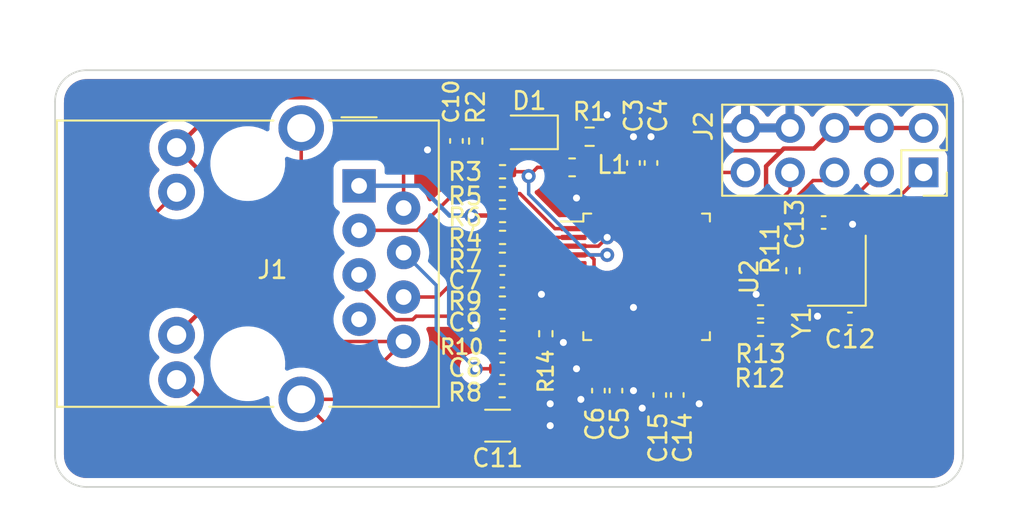
<source format=kicad_pcb>
(kicad_pcb (version 20211014) (generator pcbnew)
  (layers (0 "F.Cu" signal) (31 "B.Cu" signal) (34 "B.Paste" user) (35 "F.Paste" user) (36 "B.SilkS" user "B.Silkscreen") (37 "F.SilkS" user "F.Silkscreen") (38 "B.Mask" user) (39 "F.Mask" user) (44 "Edge.Cuts" user))
  (net 0 "")
  (net 1 "GND")
  (net 2 "+3V3")
  (net 3 "+3.3VA")
  (net 4 "Net-(C7-Pad2)")
  (net 5 "Net-(C8-Pad2)")
  (net 6 "Net-(C9-Pad2)")
  (net 7 "Net-(C12-Pad1)")
  (net 8 "Net-(C13-Pad1)")
  (net 9 "Net-(C15-Pad1)")
  (net 10 "Net-(D1-Pad1)")
  (net 11 "/A_LED")
  (net 12 "/K_LED")
  (net 13 "Net-(R5-Pad1)")
  (net 14 "Net-(R6-Pad1)")
  (net 15 "Net-(R7-Pad1)")
  (net 16 "Net-(R8-Pad1)")
  (net 17 "Net-(R12-Pad1)")
  (net 18 "Net-(R13-Pad1)")
  (net 19 "Net-(R14-Pad1)")
  (net 20 "SCS_eth")
  (net 21 "SCLK_eth")
  (net 22 "MISO_eth")
  (net 23 "MOSI_eth")
  (net 24 "RESET_eth")
  (net 25 "Net-(C7-Pad1)")
  (net 26 "Net-(C8-Pad1)")
  (net 27 "Net-(C10-Pad2)")
  (net 28 "Net-(C11-Pad2)")
  (net 29 "Net-(C14-Pad1)")
  (net 30 "Net-(J1-Pad1)")
  (net 31 "Net-(J1-Pad3)")
  (footprint "Crystal:Crystal_SMD_3225-4Pin_3.2x2.5mm" (layer "F.Cu") (at 125.6 69.65 90)
    (fp_text reference "Y1" (at -2.95 -2 90) (layer "F.SilkS"))
    (fp_text value "X322525MOB4SI")
    (pad "1" smd rect locked (at -1.1 0.85 90) (size 1.4 1.2) (layers "F.Cu" "F.Paste" "F.Mask") (net 7 "Net-(C12-Pad1)"))
    (pad "2" smd rect locked (at 1.1 0.85 90) (size 1.4 1.2) (layers "F.Cu" "F.Paste" "F.Mask") (net 1 "GND"))
    (pad "3" smd rect locked (at 1.1 -0.85 90) (size 1.4 1.2) (layers "F.Cu" "F.Paste" "F.Mask") (net 8 "Net-(C13-Pad1)"))
    (pad "4" smd rect locked (at -1.1 -0.85 90) (size 1.4 1.2) (layers "F.Cu" "F.Paste" "F.Mask") (net 1 "GND"))
  )
  (footprint "Capacitor_SMD:C_0402_1005Metric" (layer "F.Cu") (at 124.85 66.9)
    (fp_text reference "C13" (at -1.65 0.1 90) (layer "F.SilkS"))
    (fp_text value "10n")
    (pad "1" smd roundrect locked (at -0.48 0) (size 0.56 0.62) (layers "F.Cu" "F.Paste" "F.Mask") (net 8 "Net-(C13-Pad1)"))
    (pad "2" smd roundrect locked (at 0.48 0) (size 0.56 0.62) (layers "F.Cu" "F.Paste" "F.Mask") (net 1 "GND"))
  )
  (footprint "Capacitor_SMD:C_0402_1005Metric" (layer "F.Cu") (at 103.9 62.24 90)
    (fp_text reference "C10" (at 2.24 -0.3 90) (layer "F.SilkS") (effects (font (size 0.85 0.85))))
    (fp_text value "22n")
    (pad "1" smd roundrect locked (at -0.48 0 90) (size 0.56 0.62) (layers "F.Cu" "F.Paste" "F.Mask") (net 1 "GND"))
    (pad "2" smd roundrect locked (at 0.48 0 90) (size 0.56 0.62) (layers "F.Cu" "F.Paste" "F.Mask") (net 27 "Net-(C10-Pad2)"))
  )
  (footprint "Resistor_SMD:R_0402_1005Metric" (layer "F.Cu") (at 121.25 73)
    (fp_text reference "R12" (at -0.05 2.8) (layer "F.SilkS"))
    (fp_text value "330R")
    (pad "1" smd roundrect locked (at -0.51 0) (size 0.54 0.64) (layers "F.Cu" "F.Paste" "F.Mask") (net 17 "Net-(R12-Pad1)"))
    (pad "2" smd roundrect locked (at 0.51 0) (size 0.54 0.64) (layers "F.Cu" "F.Paste" "F.Mask") (net 12 "/K_LED"))
  )
  (footprint "Resistor_SMD:R_0402_1005Metric" (layer "F.Cu") (at 123.1 69.65 90)
    (fp_text reference "R11" (at 1.25 -1.3 90) (layer "F.SilkS"))
    (fp_text value "1M")
    (pad "1" smd roundrect locked (at -0.51 0 90) (size 0.54 0.64) (layers "F.Cu" "F.Paste" "F.Mask") (net 7 "Net-(C12-Pad1)"))
    (pad "2" smd roundrect locked (at 0.51 0 90) (size 0.54 0.64) (layers "F.Cu" "F.Paste" "F.Mask") (net 8 "Net-(C13-Pad1)"))
  )
  (footprint "Capacitor_SMD:C_0402_1005Metric" (layer "F.Cu") (at 106.52 75.25 180)
    (fp_text reference "C8" (at 2.12 0.05) (layer "F.SilkS"))
    (fp_text value "6.8n")
    (pad "1" smd roundrect locked (at -0.48 0 180) (size 0.56 0.62) (layers "F.Cu" "F.Paste" "F.Mask") (net 26 "Net-(C8-Pad1)"))
    (pad "2" smd roundrect locked (at 0.48 0 180) (size 0.56 0.62) (layers "F.Cu" "F.Paste" "F.Mask") (net 5 "Net-(C8-Pad2)"))
  )
  (footprint "Inductor_SMD:L_0603_1608Metric" (layer "F.Cu") (at 110.5 63.75 180)
    (fp_text reference "L1" (at -2.3 0.15) (layer "F.SilkS"))
    (fp_text value "1K2 100MHz 140mOhm")
    (pad "1" smd roundrect locked (at -0.7875 0 180) (size 0.875 0.95) (layers "F.Cu" "F.Paste" "F.Mask") (net 2 "+3V3"))
    (pad "2" smd roundrect locked (at 0.7875 0 180) (size 0.875 0.95) (layers "F.Cu" "F.Paste" "F.Mask") (net 3 "+3.3VA"))
  )
  (footprint "Capacitor_SMD:C_0402_1005Metric" (layer "F.Cu") (at 116.5 76.75 -90)
    (fp_text reference "C14" (at 2.45 -0.3 90) (layer "F.SilkS"))
    (fp_text value "10n")
    (pad "1" smd roundrect locked (at -0.48 0 270) (size 0.56 0.62) (layers "F.Cu" "F.Paste" "F.Mask") (net 29 "Net-(C14-Pad1)"))
    (pad "2" smd roundrect locked (at 0.48 0 270) (size 0.56 0.62) (layers "F.Cu" "F.Paste" "F.Mask") (net 1 "GND"))
  )
  (footprint "Resistor_SMD:R_0402_1005Metric" (layer "F.Cu") (at 106.52 74 180)
    (fp_text reference "R10" (at 2.32 0) (layer "F.SilkS") (effects (font (size 0.85 0.85))))
    (fp_text value "49.9")
    (pad "1" smd roundrect locked (at -0.51 0 180) (size 0.54 0.64) (layers "F.Cu" "F.Paste" "F.Mask") (net 26 "Net-(C8-Pad1)"))
    (pad "2" smd roundrect locked (at 0.51 0 180) (size 0.54 0.64) (layers "F.Cu" "F.Paste" "F.Mask") (net 6 "Net-(C9-Pad2)"))
  )
  (footprint "Capacitor_SMD:C_1206_3216Metric" (layer "F.Cu") (at 106.25 78.5 180)
    (fp_text reference "C11" (at 0 -1.85) (layer "F.SilkS"))
    (fp_text value "1n/10kV")
    (pad "1" smd roundrect locked (at -1.475 0 180) (size 1.15 1.8) (layers "F.Cu" "F.Paste" "F.Mask") (roundrect_rratio 0.2173913043) (net 1 "GND"))
    (pad "2" smd roundrect locked (at 1.475 0 180) (size 1.15 1.8) (layers "F.Cu" "F.Paste" "F.Mask") (roundrect_rratio 0.2173913043) (net 28 "Net-(C11-Pad2)"))
  )
  (footprint "Capacitor_SMD:C_0402_1005Metric" (layer "F.Cu") (at 126.35 72.4 180)
    (fp_text reference "C12" (at 0 -1.16) (layer "F.SilkS"))
    (fp_text value "10n")
    (pad "1" smd roundrect locked (at -0.48 0 180) (size 0.56 0.62) (layers "F.Cu" "F.Paste" "F.Mask") (net 7 "Net-(C12-Pad1)"))
    (pad "2" smd roundrect locked (at 0.48 0 180) (size 0.56 0.62) (layers "F.Cu" "F.Paste" "F.Mask") (net 1 "GND"))
  )
  (footprint "Capacitor_SMD:C_0402_1005Metric" (layer "F.Cu") (at 106.52 70.25 180)
    (fp_text reference "C7" (at 2.12 0.05) (layer "F.SilkS"))
    (fp_text value "6.8n")
    (pad "1" smd roundrect locked (at -0.48 0 180) (size 0.56 0.62) (layers "F.Cu" "F.Paste" "F.Mask") (net 25 "Net-(C7-Pad1)"))
    (pad "2" smd roundrect locked (at 0.48 0 180) (size 0.56 0.62) (layers "F.Cu" "F.Paste" "F.Mask") (net 4 "Net-(C7-Pad2)"))
  )
  (footprint "Package_QFP:LQFP-48_7x7mm_P0.5mm" (layer "F.Cu") (at 114.75 70 -90)
    (fp_text reference "U2" (at 0 -5.85 90) (layer "F.SilkS"))
    (fp_text value "W5500")
    (pad "1" smd roundrect (at -2.75 4.1625) (size 1.475 0.3) (layers "F.Cu" "F.Paste" "F.Mask") (net 13 "Net-(R5-Pad1)"))
    (pad "2" smd roundrect (at -2.25 4.1625) (size 1.475 0.3) (layers "F.Cu" "F.Paste" "F.Mask") (net 14 "Net-(R6-Pad1)"))
    (pad "3" smd roundrect (at -1.75 4.1625) (size 1.475 0.3) (layers "F.Cu" "F.Paste" "F.Mask") (net 1 "GND"))
    (pad "4" smd roundrect (at -1.25 4.1625) (size 1.475 0.3) (layers "F.Cu" "F.Paste" "F.Mask") (net 3 "+3.3VA"))
    (pad "5" smd roundrect (at -0.75 4.1625) (size 1.475 0.3) (layers "F.Cu" "F.Paste" "F.Mask") (net 15 "Net-(R7-Pad1)"))
    (pad "6" smd roundrect (at -0.25 4.1625) (size 1.475 0.3) (layers "F.Cu" "F.Paste" "F.Mask") (net 16 "Net-(R8-Pad1)"))
    (pad "7" smd roundrect (at 0.25 4.1625) (size 1.475 0.3) (layers "F.Cu" "F.Paste" "F.Mask"))
    (pad "8" smd roundrect (at 0.75 4.1625) (size 1.475 0.3) (layers "F.Cu" "F.Paste" "F.Mask") (net 3 "+3.3VA"))
    (pad "9" smd roundrect (at 1.25 4.1625) (size 1.475 0.3) (layers "F.Cu" "F.Paste" "F.Mask") (net 1 "GND"))
    (pad "10" smd roundrect (at 1.75 4.1625) (size 1.475 0.3) (layers "F.Cu" "F.Paste" "F.Mask") (net 19 "Net-(R14-Pad1)"))
    (pad "11" smd roundrect (at 2.25 4.1625) (size 1.475 0.3) (layers "F.Cu" "F.Paste" "F.Mask") (net 3 "+3.3VA"))
    (pad "12" smd roundrect (at 2.75 4.1625) (size 1.475 0.3) (layers "F.Cu" "F.Paste" "F.Mask"))
    (pad "13" smd roundrect (at 4.1625 2.75) (size 0.3 1.475) (layers "F.Cu" "F.Paste" "F.Mask"))
    (pad "14" smd roundrect (at 4.1625 2.25) (size 0.3 1.475) (layers "F.Cu" "F.Paste" "F.Mask") (net 1 "GND"))
    (pad "15" smd roundrect (at 4.1625 1.75) (size 0.3 1.475) (layers "F.Cu" "F.Paste" "F.Mask") (net 3 "+3.3VA"))
    (pad "16" smd roundrect (at 4.1625 1.25) (size 0.3 1.475) (layers "F.Cu" "F.Paste" "F.Mask") (net 1 "GND"))
    (pad "17" smd roundrect (at 4.1625 0.75) (size 0.3 1.475) (layers "F.Cu" "F.Paste" "F.Mask") (net 3 "+3.3VA"))
    (pad "18" smd roundrect (at 4.1625 0.25) (size 0.3 1.475) (layers "F.Cu" "F.Paste" "F.Mask"))
    (pad "19" smd roundrect (at 4.1625 -0.25) (size 0.3 1.475) (layers "F.Cu" "F.Paste" "F.Mask") (net 1 "GND"))
    (pad "20" smd roundrect (at 4.1625 -0.75) (size 0.3 1.475) (layers "F.Cu" "F.Paste" "F.Mask") (net 9 "Net-(C15-Pad1)"))
    (pad "21" smd roundrect (at 4.1625 -1.25) (size 0.3 1.475) (layers "F.Cu" "F.Paste" "F.Mask") (net 3 "+3.3VA"))
    (pad "22" smd roundrect (at 4.1625 -1.75) (size 0.3 1.475) (layers "F.Cu" "F.Paste" "F.Mask") (net 29 "Net-(C14-Pad1)"))
    (pad "23" smd roundrect (at 4.1625 -2.25) (size 0.3 1.475) (layers "F.Cu" "F.Paste" "F.Mask") (net 1 "GND"))
    (pad "24" smd roundrect (at 4.1625 -2.75) (size 0.3 1.475) (layers "F.Cu" "F.Paste" "F.Mask"))
    (pad "25" smd roundrect (at 2.75 -4.1625) (size 1.475 0.3) (layers "F.Cu" "F.Paste" "F.Mask") (net 17 "Net-(R12-Pad1)"))
    (pad "26" smd roundrect (at 2.25 -4.1625) (size 1.475 0.3) (layers "F.Cu" "F.Paste" "F.Mask"))
    (pad "27" smd roundrect (at 1.75 -4.1625) (size 1.475 0.3) (layers "F.Cu" "F.Paste" "F.Mask") (net 18 "Net-(R13-Pad1)"))
    (pad "28" smd roundrect (at 1.25 -4.1625) (size 1.475 0.3) (layers "F.Cu" "F.Paste" "F.Mask") (net 2 "+3V3"))
    (pad "29" smd roundrect (at 0.75 -4.1625) (size 1.475 0.3) (layers "F.Cu" "F.Paste" "F.Mask") (net 1 "GND"))
    (pad "30" smd roundrect (at 0.25 -4.1625) (size 1.475 0.3) (layers "F.Cu" "F.Paste" "F.Mask") (net 7 "Net-(C12-Pad1)"))
    (pad "31" smd roundrect (at -0.25 -4.1625) (size 1.475 0.3) (layers "F.Cu" "F.Paste" "F.Mask") (net 8 "Net-(C13-Pad1)"))
    (pad "32" smd roundrect (at -0.75 -4.1625) (size 1.475 0.3) (layers "F.Cu" "F.Paste" "F.Mask") (net 20 "SCS_eth"))
    (pad "33" smd roundrect (at -1.25 -4.1625) (size 1.475 0.3) (layers "F.Cu" "F.Paste" "F.Mask") (net 21 "SCLK_eth"))
    (pad "34" smd roundrect (at -1.75 -4.1625) (size 1.475 0.3) (layers "F.Cu" "F.Paste" "F.Mask") (net 22 "MISO_eth"))
    (pad "35" smd roundrect (at -2.25 -4.1625) (size 1.475 0.3) (layers "F.Cu" "F.Paste" "F.Mask") (net 23 "MOSI_eth"))
    (pad "36" smd roundrect (at -2.75 -4.1625) (size 1.475 0.3) (layers "F.Cu" "F.Paste" "F.Mask") (net 2 "+3V3"))
    (pad "37" smd roundrect (at -4.1625 -2.75) (size 0.3 1.475) (layers "F.Cu" "F.Paste" "F.Mask") (net 24 "RESET_eth"))
    (pad "38" smd roundrect (at -4.1625 -2.25) (size 0.3 1.475) (layers "F.Cu" "F.Paste" "F.Mask"))
    (pad "39" smd roundrect (at -4.1625 -1.75) (size 0.3 1.475) (layers "F.Cu" "F.Paste" "F.Mask"))
    (pad "40" smd roundrect (at -4.1625 -1.25) (size 0.3 1.475) (layers "F.Cu" "F.Paste" "F.Mask"))
    (pad "41" smd roundrect (at -4.1625 -0.75) (size 0.3 1.475) (layers "F.Cu" "F.Paste" "F.Mask"))
    (pad "42" smd roundrect (at -4.1625 -0.25) (size 0.3 1.475) (layers "F.Cu" "F.Paste" "F.Mask"))
    (pad "43" smd roundrect (at -4.1625 0.25) (size 0.3 1.475) (layers "F.Cu" "F.Paste" "F.Mask") (net 2 "+3V3"))
    (pad "44" smd roundrect (at -4.1625 0.75) (size 0.3 1.475) (layers "F.Cu" "F.Paste" "F.Mask") (net 2 "+3V3"))
    (pad "45" smd roundrect (at -4.1625 1.25) (size 0.3 1.475) (layers "F.Cu" "F.Paste" "F.Mask") (net 2 "+3V3"))
    (pad "46" smd roundrect (at -4.1625 1.75) (size 0.3 1.475) (layers "F.Cu" "F.Paste" "F.Mask"))
    (pad "47" smd roundrect (at -4.1625 2.25) (size 0.3 1.475) (layers "F.Cu" "F.Paste" "F.Mask"))
    (pad "48" smd roundrect (at -4.1625 2.75) (size 0.3 1.475) (layers "F.Cu" "F.Paste" "F.Mask") (net 1 "GND"))
  )
  (footprint "Resistor_SMD:R_0402_1005Metric" (layer "F.Cu") (at 106.52 69 180)
    (fp_text reference "R7" (at 2.12 0) (layer "F.SilkS"))
    (fp_text value "0")
    (pad "1" smd roundrect locked (at -0.51 0 180) (size 0.54 0.64) (layers "F.Cu" "F.Paste" "F.Mask") (net 15 "Net-(R7-Pad1)"))
    (pad "2" smd roundrect locked (at 0.51 0 180) (size 0.54 0.64) (layers "F.Cu" "F.Paste" "F.Mask") (net 25 "Net-(C7-Pad1)"))
  )
  (footprint "Capacitor_SMD:C_0402_1005Metric" (layer "F.Cu") (at 115.5 76.75 -90)
    (fp_text reference "C15" (at 2.45 0.1 90) (layer "F.SilkS"))
    (fp_text value "10u")
    (pad "1" smd roundrect locked (at -0.48 0 270) (size 0.56 0.62) (layers "F.Cu" "F.Paste" "F.Mask") (net 9 "Net-(C15-Pad1)"))
    (pad "2" smd roundrect locked (at 0.48 0 270) (size 0.56 0.62) (layers "F.Cu" "F.Paste" "F.Mask") (net 1 "GND"))
  )
  (footprint "Resistor_SMD:R_0402_1005Metric" (layer "F.Cu") (at 106.53 66.5 180)
    (fp_text reference "R6" (at 2.13 -0.1) (layer "F.SilkS"))
    (fp_text value "0")
    (pad "1" smd roundrect locked (at -0.51 0 180) (size 0.54 0.64) (layers "F.Cu" "F.Paste" "F.Mask") (net 14 "Net-(R6-Pad1)"))
    (pad "2" smd roundrect locked (at 0.51 0 180) (size 0.54 0.64) (layers "F.Cu" "F.Paste" "F.Mask") (net 30 "Net-(J1-Pad1)"))
  )
  (footprint "Resistor_SMD:R_0402_1005Metric" (layer "F.Cu") (at 106.51 76.5 180)
    (fp_text reference "R8" (at 2.11 -0.1) (layer "F.SilkS"))
    (fp_text value "0")
    (pad "1" smd roundrect locked (at -0.51 0 180) (size 0.54 0.64) (layers "F.Cu" "F.Paste" "F.Mask") (net 16 "Net-(R8-Pad1)"))
    (pad "2" smd roundrect locked (at 0.51 0 180) (size 0.54 0.64) (layers "F.Cu" "F.Paste" "F.Mask") (net 26 "Net-(C8-Pad1)"))
  )
  (footprint "Connector_RJ:RJ45_Bel_SI-60062-F" (layer "F.Cu") (at 98.345 64.805 -90)
    (fp_text reference "J1" (at 4.795 4.945 180) (layer "F.SilkS"))
    (fp_text value "HR911105A")
    (pad "" np_thru_hole circle locked (at 10.16 6.35 270) (size 3.25 3.25) (drill 3.25) (layers *.Cu *.Mask))
    (pad "" np_thru_hole circle locked (at -1.27 6.35 270) (size 3.25 3.25) (drill 3.25) (layers *.Cu *.Mask))
    (pad "1" thru_hole rect locked (at 0 0 270) (size 1.9 1.9) (drill 0.9) (layers *.Cu *.Mask) (net 30 "Net-(J1-Pad1)"))
    (pad "2" thru_hole circle locked (at 1.27 -2.54 270) (size 1.9 1.9) (drill 0.9) (layers *.Cu *.Mask) (net 27 "Net-(C10-Pad2)"))
    (pad "3" thru_hole circle locked (at 2.54 0 270) (size 1.9 1.9) (drill 0.9) (layers *.Cu *.Mask) (net 31 "Net-(J1-Pad3)"))
    (pad "4" thru_hole circle locked (at 3.81 -2.54 270) (size 1.9 1.9) (drill 0.9) (layers *.Cu *.Mask) (net 5 "Net-(C8-Pad2)"))
    (pad "5" thru_hole circle locked (at 5.08 0 270) (size 1.9 1.9) (drill 0.9) (layers *.Cu *.Mask) (net 6 "Net-(C9-Pad2)"))
    (pad "6" thru_hole circle locked (at 6.35 -2.54 270) (size 1.9 1.9) (drill 0.9) (layers *.Cu *.Mask) (net 4 "Net-(C7-Pad2)"))
    (pad "7" thru_hole circle locked (at 7.62 0 270) (size 1.9 1.9) (drill 0.9) (layers *.Cu *.Mask))
    (pad "8" thru_hole circle locked (at 8.89 -2.54 270) (size 1.9 1.9) (drill 0.9) (layers *.Cu *.Mask) (net 28 "Net-(C11-Pad2)"))
    (pad "L1" thru_hole circle locked (at -2.18 10.41 270) (size 2.1 2.1) (drill 1.1) (layers *.Cu *.Mask) (net 2 "+3V3"))
    (pad "L2" thru_hole circle locked (at 0.36 10.41 270) (size 2.1 2.1) (drill 1.1) (layers *.Cu *.Mask) (net 11 "/A_LED"))
    (pad "L3" thru_hole circle locked (at 8.53 10.41 270) (size 2.1 2.1) (drill 1.1) (layers *.Cu *.Mask) (net 2 "+3V3"))
    (pad "L4" thru_hole circle locked (at 11.07 10.41 270) (size 2.1 2.1) (drill 1.1) (layers *.Cu *.Mask) (net 12 "/K_LED"))
    (pad "SH" thru_hole circle locked (at 12.19 3.3 270) (size 2.6 2.6) (drill 1.6) (layers *.Cu *.Mask) (net 28 "Net-(C11-Pad2)"))
    (pad "SH" thru_hole circle locked (at -3.3 3.3 270) (size 2.6 2.6) (drill 1.6) (layers *.Cu *.Mask) (net 28 "Net-(C11-Pad2)"))
  )
  (footprint "Connector_PinSocket_2.54mm:PinSocket_2x05_P2.54mm_Vertical" (layer "F.Cu") (at 130.55 64.04 -90)
    (fp_text reference "J2" (at -2.64 12.55 -270) (layer "F.SilkS"))
    (fp_text value "Conn_02x05_Odd_Even")
    (pad "1" thru_hole rect locked (at 0 0 270) (size 1.7 1.7) (drill 1) (layers *.Cu *.Mask) (net 20 "SCS_eth"))
    (pad "2" thru_hole oval locked (at -2.54 0 270) (size 1.7 1.7) (drill 1) (layers *.Cu *.Mask) (net 2 "+3V3"))
    (pad "3" thru_hole oval locked (at 0 2.54 270) (size 1.7 1.7) (drill 1) (layers *.Cu *.Mask) (net 21 "SCLK_eth"))
    (pad "4" thru_hole oval locked (at -2.54 2.54 270) (size 1.7 1.7) (drill 1) (layers *.Cu *.Mask) (net 2 "+3V3"))
    (pad "5" thru_hole oval locked (at 0 5.08 270) (size 1.7 1.7) (drill 1) (layers *.Cu *.Mask) (net 22 "MISO_eth"))
    (pad "6" thru_hole oval locked (at -2.54 5.08 270) (size 1.7 1.7) (drill 1) (layers *.Cu *.Mask) (net 2 "+3V3"))
    (pad "7" thru_hole oval locked (at 0 7.62 270) (size 1.7 1.7) (drill 1) (layers *.Cu *.Mask) (net 23 "MOSI_eth"))
    (pad "8" thru_hole oval locked (at -2.54 7.62 270) (size 1.7 1.7) (drill 1) (layers *.Cu *.Mask) (net 1 "GND"))
    (pad "9" thru_hole oval locked (at 0 10.16 270) (size 1.7 1.7) (drill 1) (layers *.Cu *.Mask) (net 24 "RESET_eth"))
    (pad "10" thru_hole oval locked (at -2.54 10.16 270) (size 1.7 1.7) (drill 1) (layers *.Cu *.Mask) (net 1 "GND"))
  )
  (footprint "Capacitor_SMD:C_0402_1005Metric" (layer "F.Cu") (at 106.54 72.75)
    (fp_text reference "C9" (at -2.14 -0.15) (layer "F.SilkS"))
    (fp_text value "10n")
    (pad "1" smd roundrect locked (at -0.48 0) (size 0.56 0.62) (layers "F.Cu" "F.Paste" "F.Mask") (net 1 "GND"))
    (pad "2" smd roundrect locked (at 0.48 0) (size 0.56 0.62) (layers "F.Cu" "F.Paste" "F.Mask") (net 6 "Net-(C9-Pad2)"))
  )
  (footprint "LED_SMD:LED_0805_2012Metric" (layer "F.Cu") (at 108 61.75 180)
    (fp_text reference "D1" (at -0.05625 1.8) (layer "F.SilkS"))
    (fp_text value "LED")
    (pad "1" smd roundrect locked (at -0.9375 0 180) (size 0.975 1.4) (layers "F.Cu" "F.Paste" "F.Mask") (net 10 "Net-(D1-Pad1)"))
    (pad "2" smd roundrect locked (at 0.9375 0 180) (size 0.975 1.4) (layers "F.Cu" "F.Paste" "F.Mask") (net 2 "+3V3"))
  )
  (footprint "Resistor_SMD:R_0402_1005Metric" (layer "F.Cu") (at 106.52 65.25 180)
    (fp_text reference "R5" (at 2.12 -0.15) (layer "F.SilkS"))
    (fp_text value "0")
    (pad "1" smd roundrect locked (at -0.51 0 180) (size 0.54 0.64) (layers "F.Cu" "F.Paste" "F.Mask") (net 13 "Net-(R5-Pad1)"))
    (pad "2" smd roundrect locked (at 0.51 0 180) (size 0.54 0.64) (layers "F.Cu" "F.Paste" "F.Mask") (net 31 "Net-(J1-Pad3)"))
  )
  (footprint "Resistor_SMD:R_0402_1005Metric" (layer "F.Cu") (at 106.53 67.75)
    (fp_text reference "R4" (at -2.13 0.05) (layer "F.SilkS"))
    (fp_text value "49.9")
    (pad "1" smd roundrect locked (at -0.51 0) (size 0.54 0.64) (layers "F.Cu" "F.Paste" "F.Mask") (net 30 "Net-(J1-Pad1)"))
    (pad "2" smd roundrect locked (at 0.51 0) (size 0.54 0.64) (layers "F.Cu" "F.Paste" "F.Mask") (net 3 "+3.3VA"))
  )
  (footprint "Resistor_SMD:R_0402_1005Metric" (layer "F.Cu") (at 121.25 72)
    (fp_text reference "R13" (at 0 2.4) (layer "F.SilkS"))
    (fp_text value "330R")
    (pad "1" smd roundrect locked (at -0.51 0) (size 0.54 0.64) (layers "F.Cu" "F.Paste" "F.Mask") (net 18 "Net-(R13-Pad1)"))
    (pad "2" smd roundrect locked (at 0.51 0) (size 0.54 0.64) (layers "F.Cu" "F.Paste" "F.Mask") (net 11 "/A_LED"))
  )
  (footprint "Capacitor_SMD:C_0402_1005Metric" (layer "F.Cu") (at 115 63.5 90)
    (fp_text reference "C4" (at 2.7 0.4 90) (layer "F.SilkS"))
    (fp_text value "100n")
    (pad "1" smd roundrect locked (at -0.48 0 90) (size 0.56 0.62) (layers "F.Cu" "F.Paste" "F.Mask") (net 2 "+3V3"))
    (pad "2" smd roundrect locked (at 0.48 0 90) (size 0.56 0.62) (layers "F.Cu" "F.Paste" "F.Mask") (net 1 "GND"))
  )
  (footprint "Resistor_SMD:R_0402_1005Metric" (layer "F.Cu") (at 106.52 71.5 180)
    (fp_text reference "R9" (at 2.12 0.1) (layer "F.SilkS"))
    (fp_text value "49.9")
    (pad "1" smd roundrect locked (at -0.51 0 180) (size 0.54 0.64) (layers "F.Cu" "F.Paste" "F.Mask") (net 25 "Net-(C7-Pad1)"))
    (pad "2" smd roundrect locked (at 0.51 0 180) (size 0.54 0.64) (layers "F.Cu" "F.Paste" "F.Mask") (net 6 "Net-(C9-Pad2)"))
  )
  (footprint "Resistor_SMD:R_0402_1005Metric" (layer "F.Cu") (at 109 73.25 -90)
    (fp_text reference "R14" (at 2.15 0 90) (layer "F.SilkS") (effects (font (size 0.85 0.85))))
    (fp_text value "12.4k")
    (pad "1" smd roundrect locked (at -0.51 0 270) (size 0.54 0.64) (layers "F.Cu" "F.Paste" "F.Mask") (net 19 "Net-(R14-Pad1)"))
    (pad "2" smd roundrect locked (at 0.51 0 270) (size 0.54 0.64) (layers "F.Cu" "F.Paste" "F.Mask") (net 1 "GND"))
  )
  (footprint "Resistor_SMD:R_0402_1005Metric" (layer "F.Cu") (at 106.53 64)
    (fp_text reference "R3" (at -2.13 0) (layer "F.SilkS"))
    (fp_text value "49.9")
    (pad "1" smd roundrect locked (at -0.51 0) (size 0.54 0.64) (layers "F.Cu" "F.Paste" "F.Mask") (net 31 "Net-(J1-Pad3)"))
    (pad "2" smd roundrect locked (at 0.51 0) (size 0.54 0.64) (layers "F.Cu" "F.Paste" "F.Mask") (net 3 "+3.3VA"))
  )
  (footprint "Capacitor_SMD:C_0402_1005Metric" (layer "F.Cu") (at 113 76.5 -90)
    (fp_text reference "C5" (at 1.9 -0.2 90) (layer "F.SilkS"))
    (fp_text value "100n")
    (pad "1" smd roundrect locked (at -0.48 0 270) (size 0.56 0.62) (layers "F.Cu" "F.Paste" "F.Mask") (net 3 "+3.3VA"))
    (pad "2" smd roundrect locked (at 0.48 0 270) (size 0.56 0.62) (layers "F.Cu" "F.Paste" "F.Mask") (net 1 "GND"))
  )
  (footprint "Capacitor_SMD:C_0402_1005Metric" (layer "F.Cu") (at 114 63.5 90)
    (fp_text reference "C3" (at 2.7 0 90) (layer "F.SilkS"))
    (fp_text value "10u")
    (pad "1" smd roundrect locked (at -0.48 0 90) (size 0.56 0.62) (layers "F.Cu" "F.Paste" "F.Mask") (net 2 "+3V3"))
    (pad "2" smd roundrect locked (at 0.48 0 90) (size 0.56 0.62) (layers "F.Cu" "F.Paste" "F.Mask") (net 1 "GND"))
  )
  (footprint "Resistor_SMD:R_0603_1608Metric" (layer "F.Cu") (at 111.5 62)
    (fp_text reference "R1" (at 0 -1.43) (layer "F.SilkS"))
    (fp_text value "200R")
    (pad "1" smd roundrect locked (at -0.825 0) (size 0.8 0.95) (layers "F.Cu" "F.Paste" "F.Mask") (net 10 "Net-(D1-Pad1)"))
    (pad "2" smd roundrect locked (at 0.825 0) (size 0.8 0.95) (layers "F.Cu" "F.Paste" "F.Mask") (net 1 "GND"))
  )
  (footprint "Capacitor_SMD:C_0402_1005Metric" (layer "F.Cu") (at 112 76.5 -90)
    (fp_text reference "C6" (at 1.9 0.2 90) (layer "F.SilkS"))
    (fp_text value "10u")
    (pad "1" smd roundrect locked (at -0.48 0 270) (size 0.56 0.62) (layers "F.Cu" "F.Paste" "F.Mask") (net 3 "+3.3VA"))
    (pad "2" smd roundrect locked (at 0.48 0 270) (size 0.56 0.62) (layers "F.Cu" "F.Paste" "F.Mask") (net 1 "GND"))
  )
  (footprint "Resistor_SMD:R_0402_1005Metric" (layer "F.Cu") (at 105 62.25 90)
    (fp_text reference "R2" (at 1.94 0 90) (layer "F.SilkS"))
    (fp_text value "10R")
    (pad "1" smd roundrect locked (at -0.51 0 90) (size 0.54 0.64) (layers "F.Cu" "F.Paste" "F.Mask") (net 27 "Net-(C10-Pad2)"))
    (pad "2" smd roundrect locked (at 0.51 0 90) (size 0.54 0.64) (layers "F.Cu" "F.Paste" "F.Mask") (net 3 "+3.3VA"))
  )
  (gr_arc (start 131 58.2) (mid 132.272792 58.727208) (end 132.8 60) (layer "Edge.Cuts") (width 0.1))
  (gr_arc (start 81 60) (mid 81.527208 58.727208) (end 82.8 58.2) (layer "Edge.Cuts") (width 0.1))
  (gr_line (start 81 60) (end 81 80.2) (layer "Edge.Cuts") (width 0.1))
  (gr_line (start 82.8 82) (end 131 82) (layer "Edge.Cuts") (width 0.1))
  (gr_arc (start 82.8 82) (mid 81.527208 81.472792) (end 81 80.2) (layer "Edge.Cuts") (width 0.1))
  (gr_line (start 131 58.2) (end 82.8 58.2) (layer "Edge.Cuts") (width 0.1))
  (gr_arc (start 132.8 80.2) (mid 132.272792 81.472792) (end 131 82) (layer "Edge.Cuts") (width 0.1))
  (gr_line (start 132.8 80.2) (end 132.8 60) (layer "Edge.Cuts") (width 0.1))
  (segment (start 114.5 77.5) (end 114.77 77.23) (width 0.2) (layer "F.Cu") (net 1))
  (segment (start 124.65 72.4) (end 124.5 72.25) (width 0.2) (layer "F.Cu") (net 1))
  (segment (start 103.87 62.75) (end 103.9 62.72) (width 0.25) (layer "F.Cu") (net 1))
  (segment (start 124.75 72) (end 124.5 72.25) (width 0.2) (layer "F.Cu") (net 1))
  (segment (start 112 76.98) (end 111.02 76.98) (width 0.2) (layer "F.Cu") (net 1))
  (segment (start 109.99 73.76) (end 110 73.75) (width 0.2) (layer "F.Cu") (net 1))
  (segment (start 109 73.76) (end 109.99 73.76) (width 0.2) (layer "F.Cu") (net 1))
  (segment (start 124.75 70.75) (end 124.75 72) (width 0.2) (layer "F.Cu") (net 1))
  (segment (start 114.77 77.23) (end 115.5 77.23) (width 0.2) (layer "F.Cu") (net 1))
  (segment (start 110.5875 71.25) (end 109 71.25) (width 0.2) (layer "F.Cu") (net 1))
  (segment (start 108.75 77.25) (end 109.25 77.25) (width 0.2) (layer "F.Cu") (net 1))
  (segment (start 117.73 77.23) (end 117.75 77.25) (width 0.2) (layer "F.Cu") (net 1))
  (segment (start 112.179651 75.25) (end 110.75 75.25) (width 0.2) (layer "F.Cu") (net 1))
  (segment (start 111.02 76.98) (end 111 77) (width 0.2) (layer "F.Cu") (net 1))
  (segment (start 116.5 77.23) (end 117.73 77.23) (width 0.2) (layer "F.Cu") (net 1))
  (segment (start 115 74.1625) (end 115 75.5) (width 0.2) (layer "F.Cu") (net 1))
  (segment (start 110.5875 68.25) (end 112 68.25) (width 0.2) (layer "F.Cu") (net 1))
  (segment (start 107.725 78.275) (end 108.75 77.25) (width 0.2) (layer "F.Cu") (net 1))
  (segment (start 113.5 72.25) (end 114 71.75) (width 0.2) (layer "F.Cu") (net 1))
  (segment (start 115 75.5) (end 114 76.5) (width 0.2) (layer "F.Cu") (net 1))
  (segment (start 117.75 76.25) (end 117 75.5) (width 0.2) (layer "F.Cu") (net 1))
  (segment (start 126.45 68.55) (end 126.45 67.05) (width 0.2) (layer "F.Cu") (net 1))
  (segment (start 126.4 66.9) (end 126.5 67) (width 0.2) (layer "F.Cu") (net 1))
  (segment (start 112 65.8375) (end 111.0875 65.8375) (width 0.2) (layer "F.Cu") (net 1))
  (segment (start 118.9125 70.75) (end 120.75 70.75) (width 0.2) (layer "F.Cu") (net 1))
  (segment (start 117 75.5) (end 117 74.1625) (width 0.2) (layer "F.Cu") (net 1))
  (segment (start 107.725 78.5) (end 107.725 78.275) (width 0.2) (layer "F.Cu") (net 1))
  (segment (start 120.75 70.75) (end 121 71) (width 0.2) (layer "F.Cu") (net 1))
  (segment (start 113.5 74.1625) (end 113.5 72.25) (width 0.2) (layer "F.Cu") (net 1))
  (segment (start 107.725 78.5) (end 109.25 78.5) (width 0.2) (layer "F.Cu") (net 1))
  (segment (start 112.325 60.925) (end 112.5 60.75) (width 0.25) (layer "F.Cu") (net 1))
  (segment (start 125.87 72.4) (end 124.65 72.4) (width 0.2) (layer "F.Cu") (net 1))
  (segment (start 125.33 66.9) (end 126.4 66.9) (width 0.2) (layer "F.Cu") (net 1))
  (segment (start 113.52 76.98) (end 114 76.5) (width 0.2) (layer "F.Cu") (net 1))
  (segment (start 113 76.98) (end 113.52 76.98) (width 0.2) (layer "F.Cu") (net 1))
  (segment (start 102.25 62.75) (end 103.87 62.75) (width 0.25) (layer "F.Cu") (net 1))
  (segment (start 111.0875 65.8375) (end 110.75 65.5) (width 0.2) (layer "F.Cu") (net 1))
  (segment (start 112.5 74.1625) (end 112.5 74.929651) (width 0.2) (layer "F.Cu") (net 1))
  (segment (start 115 63.02) (end 115 62) (width 0.2) (layer "F.Cu") (net 1))
  (segment (start 117.75 77.25) (end 117.75 76.25) (width 0.2) (layer "F.Cu") (net 1))
  (segment (start 114 63.02) (end 114 62) (width 0.2) (layer "F.Cu") (net 1))
  (segment (start 112.325 62) (end 112.325 60.925) (width 0.25) (layer "F.Cu") (net 1))
  (segment (start 112.5 74.929651) (end 112.179651 75.25) (width 0.2) (layer "F.Cu") (net 1))
  (segment (start 109 71.25) (end 108.75 71) (width 0.2) (layer "F.Cu") (net 1))
  (segment (start 126.45 67.05) (end 126.5 67) (width 0.2) (layer "F.Cu") (net 1))
  (segment (start 112 68.25) (end 112.5 67.75) (width 0.2) (layer "F.Cu") (net 1))
  (segment (start 106.06 72.75) (end 105 72.75) (width 0.2) (layer "F.Cu") (net 1))
  (via (at 121 71) (size 0.8) (drill 0.4) (layers "F.Cu" "B.Cu") (net 1))
  (via (at 112.5 67.75) (size 0.8) (drill 0.4) (layers "F.Cu" "B.Cu") (net 1))
  (via (at 112.5 60.75) (size 0.8) (drill 0.4) (layers "F.Cu" "B.Cu") (net 1))
  (via (at 109.25 77.25) (size 0.8) (drill 0.4) (layers "F.Cu" "B.Cu") (net 1))
  (via (at 105 72.75) (size 0.8) (drill 0.4) (layers "F.Cu" "B.Cu") (net 1))
  (via (at 114 62) (size 0.8) (drill 0.4) (layers "F.Cu" "B.Cu") (net 1))
  (via (at 110.75 65.5) (size 0.8) (drill 0.4) (layers "F.Cu" "B.Cu") (net 1))
  (via (at 109.25 78.5) (size 0.8) (drill 0.4) (layers "F.Cu" "B.Cu") (net 1))
  (via (at 114 71.75) (size 0.8) (drill 0.4) (layers "F.Cu" "B.Cu") (net 1))
  (via (at 110 73.75) (size 0.8) (drill 0.4) (layers "F.Cu" "B.Cu") (net 1))
  (via (at 126.5 67) (size 0.8) (drill 0.4) (layers "F.Cu" "B.Cu") (net 1))
  (via (at 111 77) (size 0.8) (drill 0.4) (layers "F.Cu" "B.Cu") (net 1))
  (via (at 102.25 62.75) (size 0.8) (drill 0.4) (layers "F.Cu" "B.Cu") (net 1))
  (via (at 117.75 77.25) (size 0.8) (drill 0.4) (layers "F.Cu" "B.Cu") (net 1))
  (via (at 124.5 72.25) (size 0.8) (drill 0.4) (layers "F.Cu" "B.Cu") (net 1))
  (via (at 110.75 75.25) (size 0.8) (drill 0.4) (layers "F.Cu" "B.Cu") (net 1))
  (via (at 114.5 77.5) (size 0.8) (drill 0.4) (layers "F.Cu" "B.Cu") (net 1))
  (via (at 115 62) (size 0.8) (drill 0.4) (layers "F.Cu" "B.Cu") (net 1))
  (via (at 114 76.5) (size 0.8) (drill 0.4) (layers "F.Cu" "B.Cu") (net 1))
  (via (at 108.75 71) (size 0.8) (drill 0.4) (layers "F.Cu" "B.Cu") (net 1))
  (segment (start 111.5175 63.98) (end 111.2875 63.75) (width 0.2) (layer "F.Cu") (net 2))
  (segment (start 116.4 62.8) (end 122.45 62.8) (width 0.2) (layer "F.Cu") (net 2))
  (segment (start 87.935 73.335) (end 89.75 71.52) (width 0.25) (layer "F.Cu") (net 2))
  (segment (start 122.45 62.8) (end 122.575489 62.674511) (width 0.2) (layer "F.Cu") (net 2))
  (segment (start 124.295489 62.674511) (end 122.575489 62.674511) (width 0.25) (layer "F.Cu") (net 2))
  (segment (start 117.5 70.604651) (end 117.5 67.75) (width 0.2) (layer "F.Cu") (net 2))
  (segment (start 119.75 67.25) (end 118.9125 67.25) (width 0.25) (layer "F.Cu") (net 2))
  (segment (start 118 67.25) (end 117.75 67.25) (width 0.2) (layer "F.Cu") (net 2))
  (segment (start 125.47 61.5) (end 124.295489 62.674511) (width 0.25) (layer "F.Cu") (net 2))
  (segment (start 130.55 61.5) (end 125.47 61.5) (width 0.25) (layer "F.Cu") (net 2))
  (segment (start 114.5 65.8375) (end 114.5 64.48) (width 0.2) (layer "F.Cu") (net 2))
  (segment (start 117.5 67.75) (end 118 67.25) (width 0.2) (layer "F.Cu") (net 2))
  (segment (start 116.18 62.8) (end 115 63.98) (width 0.2) (layer "F.Cu") (net 2))
  (segment (start 113.5 65.8375) (end 113.5 66.75) (width 0.2) (layer "F.Cu") (net 2))
  (segment (start 110.2875 62.75) (end 108.0625 62.75) (width 0.2) (layer "F.Cu") (net 2))
  (segment (start 114 63.98) (end 115 63.98) (width 0.2) (layer "F.Cu") (net 2))
  (segment (start 114.5 64.48) (end 115 63.98) (width 0.2) (layer "F.Cu") (net 2))
  (segment (start 118.145349 71.25) (end 117.5 70.604651) (width 0.2) (layer "F.Cu") (net 2))
  (segment (start 114.5 66.604651) (end 114.5 65.8375) (width 0.2) (layer "F.Cu") (net 2))
  (segment (start 108.0625 62.75) (end 107.0625 61.75) (width 0.2) (layer "F.Cu") (net 2))
  (segment (start 105.0625 59.75) (end 107.0625 61.75) (width 0.25) (layer "F.Cu") (net 2))
  (segment (start 122.575489 62.674511) (end 121.564511 63.685489) (width 0.25) (layer "F.Cu") (net 2))
  (segment (start 121.564511 63.685489) (end 121.564511 65.435489) (width 0.25) (layer "F.Cu") (net 2))
  (segment (start 118 67.25) (end 118.9125 67.25) (width 0.2) (layer "F.Cu") (net 2))
  (segment (start 116.4 62.8) (end 116.18 62.8) (width 0.2) (layer "F.Cu") (net 2))
  (segment (start 90.81 59.75) (end 105.0625 59.75) (width 0.25) (layer "F.Cu") (net 2))
  (segment (start 118.9125 71.25) (end 118.145349 71.25) (width 0.2) (layer "F.Cu") (net 2))
  (segment (start 113.5 66.75) (end 113.75 67) (width 0.2) (layer "F.Cu") (net 2))
  (segment (start 113.75 67) (end 114.895349 67) (width 0.2) (layer "F.Cu") (net 2))
  (segment (start 89.75 64.44) (end 87.935 62.625) (width 0.25) (layer "F.Cu") (net 2))
  (segment (start 117.5 67) (end 114.895349 67) (width 0.2) (layer "F.Cu") (net 2))
  (segment (start 121.564511 65.435489) (end 119.75 67.25) (width 0.25) (layer "F.Cu") (net 2))
  (segment (start 87.935 62.625) (end 90.81 59.75) (width 0.25) (layer "F.Cu") (net 2))
  (segment (start 89.75 71.52) (end 89.75 64.44) (width 0.25) (layer "F.Cu") (net 2))
  (segment (start 111.2875 63.75) (end 110.2875 62.75) (width 0.2) (layer "F.Cu") (net 2))
  (segment (start 114.895349 67) (end 114.5 66.604651) (width 0.2) (layer "F.Cu") (net 2))
  (segment (start 114 63.98) (end 111.5175 63.98) (width 0.2) (layer "F.Cu") (net 2))
  (segment (start 114 65.8375) (end 114 63.98) (width 0.2) (layer "F.Cu") (net 2))
  (segment (start 117.75 67.25) (end 117.5 67) (width 0.2) (layer "F.Cu") (net 2))
  (segment (start 108.52 63.75) (end 108.02 64.25) (width 0.2) (layer "F.Cu") (net 3))
  (segment (start 111.75 72) (end 111.5 72.25) (width 0.2) (layer "F.Cu") (net 3))
  (segment (start 111.5 72.25) (end 110.5875 72.25) (width 0.2) (layer "F.Cu") (net 3))
  (segment (start 116 72.947674) (end 115.802326 72.75) (width 0.2) (layer "F.Cu") (net 3))
  (segment (start 113.48 76.02) (end 114 75.5) (width 0.2) (layer "F.Cu") (net 3))
  (segment (start 109.02 68.75) (end 110.5875 68.75) (width 0.2) (layer "F.Cu") (net 3))
  (segment (start 107.77 64) (end 108.02 64.25) (width 0.2) (layer "F.Cu") (net 3))
  (segment (start 114 75.5) (end 114 74.1625) (width 0.2) (layer "F.Cu") (net 3))
  (segment (start 111.75 71) (end 111.75 72) (width 0.2) (layer "F.Cu") (net 3))
  (segment (start 112.5 72.5) (end 113 73) (width 0.2) (layer "F.Cu") (net 3))
  (segment (start 109.02 68.75) (end 108.02 67.75) (width 0.2) (layer "F.Cu") (net 3))
  (segment (start 113 73) (end 113 74.1625) (width 0.2) (layer "F.Cu") (net 3))
  (segment (start 115.802326 72.75) (end 114.25 72.75) (width 0.2) (layer "F.Cu") (net 3))
  (segment (start 112.5 68.75) (end 110.5875 68.75) (width 0.2) (layer "F.Cu") (net 3))
  (segment (start 110.5875 70.75) (end 111.5 70.75) (width 0.2) (layer "F.Cu") (net 3))
  (segment (start 113 76.02) (end 113 74.1625) (width 0.2) (layer "F.Cu") (net 3))
  (segment (start 109.7125 63.75) (end 108.52 63.75) (width 0.2) (layer "F.Cu") (net 3))
  (segment (start 108.02 67.75) (end 107.04 67.75) (width 0.2) (layer "F.Cu") (net 3))
  (segment (start 111.75 72.5) (end 112.5 72.5) (width 0.2) (layer "F.Cu") (net 3))
  (segment (start 107.04 64) (end 107.77 64) (width 0.2) (layer "F.Cu") (net 3))
  (segment (start 111.75 69) (end 111.5 68.75) (width 0.2) (layer "F.Cu") (net 3))
  (segment (start 111.75 70.5) (end 111.75 69) (width 0.2) (layer "F.Cu") (net 3))
  (segment (start 107.04 63.78) (end 107.04 64) (width 0.2) (layer "F.Cu") (net 3))
  (segment (start 114 73) (end 114 74.1625) (width 0.2) (layer "F.Cu") (net 3))
  (segment (start 105 61.74) (end 107.04 63.78) (width 0.2) (layer "F.Cu") (net 3))
  (segment (start 114.25 72.75) (end 114 73) (width 0.2) (layer "F.Cu") (net 3))
  (segment (start 111.5 70.75) (end 111.75 71) (width 0.2) (layer "F.Cu") (net 3))
  (segment (start 112 76.02) (end 113 76.02) (width 0.2) (layer "F.Cu") (net 3))
  (segment (start 111.5 70.75) (end 111.75 70.5) (width 0.2) (layer "F.Cu") (net 3))
  (segment (start 116 74.1625) (end 116 72.947674) (width 0.2) (layer "F.Cu") (net 3))
  (segment (start 113 76.02) (end 113.48 76.02) (width 0.2) (layer "F.Cu") (net 3))
  (segment (start 111.5 72.25) (end 111.75 72.5) (width 0.2) (layer "F.Cu") (net 3))
  (via (at 112.5 68.75) (size 0.8) (drill 0.4) (layers "F.Cu" "B.Cu") (net 3))
  (via (at 108.02 64.25) (size 0.8) (drill 0.4) (layers "F.Cu" "B.Cu") (net 3))
  (segment (start 108.02 65.27) (end 111.5 68.75) (width 0.2) (layer "B.Cu") (net 3))
  (segment (start 111.5 68.75) (end 112.5 68.75) (width 0.2) (layer "B.Cu") (net 3))
  (segment (start 108.02 64.25) (end 108.02 65.27) (width 0.2) (layer "B.Cu") (net 3))
  (segment (start 103.75 70.25) (end 102.845 71.155) (width 0.2) (layer "F.Cu") (net 4))
  (segment (start 102.845 71.155) (end 100.885 71.155) (width 0.2) (layer "F.Cu") (net 4))
  (segment (start 103.75 70.25) (end 106.04 70.25) (width 0.2) (layer "F.Cu") (net 4))
  (segment (start 106.04 75.25) (end 105 75.25) (width 0.2) (layer "F.Cu") (net 5))
  (via (at 105 75.25) (size 0.8) (drill 0.4) (layers "F.Cu" "B.Cu") (net 5))
  (segment (start 105 75.25) (end 102.75 73) (width 0.2) (layer "B.Cu") (net 5))
  (segment (start 102.75 73) (end 102.75 70.48) (width 0.2) (layer "B.Cu") (net 5))
  (segment (start 102.75 70.48) (end 100.885 68.615) (width 0.2) (layer "B.Cu") (net 5))
  (segment (start 107.02 72.51) (end 106.01 71.5) (width 0.2) (layer "F.Cu") (net 6))
  (segment (start 101.402565 72.445489) (end 100.408413 72.445489) (width 0.2) (layer "F.Cu") (net 6))
  (segment (start 104.25 71.5) (end 103.5 72.25) (width 0.2) (layer "F.Cu") (net 6))
  (segment (start 106.01 73.76) (end 107.02 72.75) (width 0.2) (layer "F.Cu") (net 6))
  (segment (start 98.345 70.382076) (end 98.345 69.885) (width 0.2) (layer "F.Cu") (net 6))
  (segment (start 106.01 74) (end 106.01 73.76) (width 0.2) (layer "F.Cu") (net 6))
  (segment (start 100.408413 72.445489) (end 98.345 70.382076) (width 0.2) (layer "F.Cu") (net 6))
  (segment (start 101.598054 72.25) (end 101.402565 72.445489) (width 0.2) (layer "F.Cu") (net 6))
  (segment (start 106.01 71.5) (end 104.25 71.5) (width 0.2) (layer "F.Cu") (net 6))
  (segment (start 107.02 72.75) (end 107.02 72.51) (width 0.2) (layer "F.Cu") (net 6))
  (segment (start 103.5 72.25) (end 101.598054 72.25) (width 0.2) (layer "F.Cu") (net 6))
  (segment (start 123.509511 69.750489) (end 123.1 70.16) (width 0.2) (layer "F.Cu") (net 7))
  (segment (start 125.550489 69.750489) (end 123.509511 69.750489) (width 0.2) (layer "F.Cu") (net 7))
  (segment (start 126.45 70.65) (end 125.550489 69.750489) (width 0.2) (layer "F.Cu") (net 7))
  (segment (start 123.1 70.16) (end 123.01 70.25) (width 0.2) (layer "F.Cu") (net 7))
  (segment (start 126.83 71.13) (end 126.45 70.75) (width 0.2) (layer "F.Cu") (net 7))
  (segment (start 123.01 70.25) (end 118.9125 70.25) (width 0.2) (layer "F.Cu") (net 7))
  (segment (start 126.83 72.4) (end 126.83 71.13) (width 0.2) (layer "F.Cu") (net 7))
  (segment (start 126.45 70.75) (end 126.45 70.65) (width 0.2) (layer "F.Cu") (net 7))
  (segment (start 124.37 68.17) (end 124.75 68.55) (width 0.2) (layer "F.Cu") (net 8))
  (segment (start 123.1 69.14) (end 122.61 69.14) (width 0.2) (layer "F.Cu") (net 8))
  (segment (start 124.75 68.55) (end 123.69 68.55) (width 0.2) (layer "F.Cu") (net 8))
  (segment (start 122.61 69.14) (end 122 69.75) (width 0.2) (layer "F.Cu") (net 8))
  (segment (start 124.37 66.9) (end 124.37 68.17) (width 0.2) (layer "F.Cu") (net 8))
  (segment (start 122 69.75) (end 118.9125 69.75) (width 0.2) (layer "F.Cu") (net 8))
  (segment (start 123.69 68.55) (end 123.1 69.14) (width 0.2) (layer "F.Cu") (net 8))
  (segment (start 115.5 74.1625) (end 115.5 76.27) (width 0.2) (layer "F.Cu") (net 9))
  (segment (start 110.425 61.75) (end 110.675 62) (width 0.25) (layer "F.Cu") (net 10))
  (segment (start 108.9375 61.75) (end 110.425 61.75) (width 0.25) (layer "F.Cu") (net 10))
  (segment (start 117.75 80.25) (end 89.75 80.25) (width 0.2) (layer "F.Cu") (net 11))
  (segment (start 122 72) (end 122.75 72.75) (width 0.2) (layer "F.Cu") (net 11))
  (segment (start 121.76 72) (end 122 72) (width 0.2) (layer "F.Cu") (net 11))
  (segment (start 89.75 80.25) (end 85.75 76.25) (width 0.2) (layer "F.Cu") (net 11))
  (segment (start 85.75 67.35) (end 87.935 65.165) (width 0.2) (layer "F.Cu") (net 11))
  (segment (start 85.75 76.25) (end 85.75 67.35) (width 0.2) (layer "F.Cu") (net 11))
  (segment (start 122.75 75.25) (end 117.75 80.25) (width 0.2) (layer "F.Cu") (net 11))
  (segment (start 122.75 72.75) (end 122.75 75.25) (width 0.2) (layer "F.Cu") (net 11))
  (segment (start 117.14952 79.85048) (end 92.268085 79.85048) (width 0.2) (layer "F.Cu") (net 12))
  (segment (start 121.76 73) (end 121.76 75.24) (width 0.2) (layer "F.Cu") (net 12))
  (segment (start 92.268085 79.85048) (end 88.292605 75.875) (width 0.2) (layer "F.Cu") (net 12))
  (segment (start 88.292605 75.875) (end 87.935 75.875) (width 0.2) (layer "F.Cu") (net 12))
  (segment (start 121.76 75.24) (end 117.14952 79.85048) (width 0.2) (layer "F.Cu") (net 12))
  (segment (start 109.52 67.25) (end 110.5875 67.25) (width 0.2) (layer "F.Cu") (net 13))
  (segment (start 107.52 65.25) (end 109.52 67.25) (width 0.2) (layer "F.Cu") (net 13))
  (segment (start 107.03 65.25) (end 107.52 65.25) (width 0.2) (layer "F.Cu") (net 13))
  (segment (start 108.02 66.5) (end 109.27 67.75) (width 0.2) (layer "F.Cu") (net 14))
  (segment (start 107.04 66.5) (end 108.02 66.5) (width 0.2) (layer "F.Cu") (net 14))
  (segment (start 109.27 67.75) (end 110.5875 67.75) (width 0.2) (layer "F.Cu") (net 14))
  (segment (start 110.5875 69.25) (end 108.25 69.25) (width 0.2) (layer "F.Cu") (net 15))
  (segment (start 107.03 69) (end 108 69) (width 0.2) (layer "F.Cu") (net 15))
  (segment (start 108.25 69.25) (end 108 69) (width 0.2) (layer "F.Cu") (net 15))
  (segment (start 108 75.52) (end 107.02 76.5) (width 0.2) (layer "F.Cu") (net 16))
  (segment (start 109 69.75) (end 108 70.75) (width 0.2) (layer "F.Cu") (net 16))
  (segment (start 108 70.75) (end 108 75.52) (width 0.2) (layer "F.Cu") (net 16))
  (segment (start 110.5875 69.75) (end 109 69.75) (width 0.2) (layer "F.Cu") (net 16))
  (segment (start 120.49 72.75) (end 120.74 73) (width 0.2) (layer "F.Cu") (net 17))
  (segment (start 118.9125 72.75) (end 120.49 72.75) (width 0.2) (layer "F.Cu") (net 17))
  (segment (start 118.9125 71.75) (end 120.49 71.75) (width 0.2) (layer "F.Cu") (net 18))
  (segment (start 120.49 71.75) (end 120.74 72) (width 0.2) (layer "F.Cu") (net 18))
  (segment (start 109.5 71.75) (end 109 72.25) (width 0.2) (layer "F.Cu") (net 19))
  (segment (start 110.5875 71.75) (end 109.5 71.75) (width 0.2) (layer "F.Cu") (net 19))
  (segment (start 109 72.25) (end 109 72.74) (width 0.2) (layer "F.Cu") (net 19))
  (segment (start 118.9125 69.25) (end 121 69.25) (width 0.2) (layer "F.Cu") (net 20))
  (segment (start 121 69.25) (end 124.25 66) (width 0.2) (layer "F.Cu") (net 20))
  (segment (start 128.59 66) (end 130.55 64.04) (width 0.2) (layer "F.Cu") (net 20))
  (segment (start 124.25 66) (end 128.59 66) (width 0.2) (layer "F.Cu") (net 20))
  (segment (start 120.75 68.75) (end 124 65.5) (width 0.2) (layer "F.Cu") (net 21))
  (segment (start 118.9125 68.75) (end 120.75 68.75) (width 0.2) (layer "F.Cu") (net 21))
  (segment (start 124 65.5) (end 126.55 65.5) (width 0.2) (layer "F.Cu") (net 21))
  (segment (start 126.55 65.5) (end 128.01 64.04) (width 0.2) (layer "F.Cu") (net 21))
  (segment (start 120.5 68.25) (end 124.25 64.5) (width 0.2) (layer "F.Cu") (net 22))
  (segment (start 118.9125 68.25) (end 120.5 68.25) (width 0.2) (layer "F.Cu") (net 22))
  (segment (start 125.01 64.5) (end 125.47 64.04) (width 0.2) (layer "F.Cu") (net 22))
  (segment (start 124.25 64.5) (end 125.01 64.5) (width 0.2) (layer "F.Cu") (net 22))
  (segment (start 122.93 65.07) (end 122.93 64.04) (width 0.2) (layer "F.Cu") (net 23))
  (segment (start 120.25 67.75) (end 122.93 65.07) (width 0.2) (layer "F.Cu") (net 23))
  (segment (start 118.9125 67.75) (end 120.25 67.75) (width 0.2) (layer "F.Cu") (net 23))
  (segment (start 118.21 64.04) (end 120.39 64.04) (width 0.2) (layer "F.Cu") (net 24))
  (segment (start 117.5 65.8375) (end 117.5 64.75) (width 0.2) (layer "F.Cu") (net 24))
  (segment (start 117.5 64.75) (end 118.21 64.04) (width 0.2) (layer "F.Cu") (net 24))
  (segment (start 107 70.25) (end 107 71.47) (width 0.25) (layer "F.Cu") (net 25))
  (segment (start 107 69.99) (end 107 70.25) (width 0.25) (layer "F.Cu") (net 25))
  (segment (start 107 71.47) (end 107.03 71.5) (width 0.25) (layer "F.Cu") (net 25))
  (segment (start 106.01 69) (end 107 69.99) (width 0.25) (layer "F.Cu") (net 25))
  (segment (start 106 76.5) (end 106 76.25) (width 0.2) (layer "F.Cu") (net 26))
  (segment (start 107 74.03) (end 107.03 74) (width 0.2) (layer "F.Cu") (net 26))
  (segment (start 106 76.25) (end 107 75.25) (width 0.2) (layer "F.Cu") (net 26))
  (segment (start 107 75.25) (end 107 74.03) (width 0.2) (layer "F.Cu") (net 26))
  (segment (start 102.250741 61.76) (end 103.9 61.76) (width 0.2) (layer "F.Cu") (net 27))
  (segment (start 100.885 66.075) (end 100.885 63.125741) (width 0.2) (layer "F.Cu") (net 27))
  (segment (start 103.9 61.76) (end 104 61.76) (width 0.2) (layer "F.Cu") (net 27))
  (segment (start 104 61.76) (end 105 62.76) (width 0.2) (layer "F.Cu") (net 27))
  (segment (start 100.885 63.125741) (end 102.250741 61.76) (width 0.2) (layer "F.Cu") (net 27))
  (segment (start 97.195 73.695) (end 95.045 71.545) (width 0.2) (layer "F.Cu") (net 28))
  (segment (start 96.55 78.5) (end 95.045 76.995) (width 0.2) (layer "F.Cu") (net 28))
  (segment (start 104.775 78.5) (end 96.55 78.5) (width 0.2) (layer "F.Cu") (net 28))
  (segment (start 100.885 73.695) (end 97.195 73.695) (width 0.2) (layer "F.Cu") (net 28))
  (segment (start 95.045 71.545) (end 95.045 61.505) (width 0.2) (layer "F.Cu") (net 28))
  (segment (start 97.585 76.995) (end 100.885 73.695) (width 0.2) (layer "F.Cu") (net 28))
  (segment (start 95.045 76.995) (end 97.585 76.995) (width 0.2) (layer "F.Cu") (net 28))
  (segment (start 116.5 74.1625) (end 116.5 76.27) (width 0.2) (layer "F.Cu") (net 29))
  (segment (start 106.02 67.75) (end 106.02 66.5) (width 0.25) (layer "F.Cu") (net 30))
  (segment (start 104.75 66.5) (end 106.02 66.5) (width 0.25) (layer "F.Cu") (net 30))
  (via (at 104.75 66.5) (size 0.8) (drill 0.4) (layers "F.Cu" "B.Cu") (net 30))
  (segment (start 103.5 66.5) (end 104.75 66.5) (width 0.25) (layer "B.Cu") (net 30))
  (segment (start 98.349511 64.800489) (end 98.345 64.805) (width 0.25) (layer "B.Cu") (net 30))
  (segment (start 101.800489 64.800489) (end 98.349511 64.800489) (width 0.25) (layer "B.Cu") (net 30))
  (segment (start 103.5 66.5) (end 101.800489 64.800489) (width 0.25) (layer "B.Cu") (net 30))
  (segment (start 106.01 64.01) (end 106.02 64) (width 0.2) (layer "F.Cu") (net 31))
  (segment (start 101.655 67.345) (end 98.345 67.345) (width 0.2) (layer "F.Cu") (net 31))
  (segment (start 106.01 65.25) (end 106.01 64.01) (width 0.2) (layer "F.Cu") (net 31))
  (segment (start 103.75 65.25) (end 101.655 67.345) (width 0.2) (layer "F.Cu") (net 31))
  (segment (start 103.75 65.25) (end 106.01 65.25) (width 0.2) (layer "F.Cu") (net 31))
  (zone (net 1) (net_name "GND") (layer "F.Cu") (connect_pads (clearance 0.508)) (min_thickness 0.254) (fill yes (thermal_gap 0.508) (thermal_bridge_width 0.508))
    (polygon (pts (xy 136.28 84.36) (xy 78.74 84.36) (xy 78.74 57.06) (xy 136.28 57.06)))
  )
  (zone (net 1) (net_name "GND") (layer "B.Cu") (connect_pads (clearance 0.508)) (min_thickness 0.254) (fill yes (thermal_gap 0.508) (thermal_bridge_width 0.508))
    (polygon (pts (xy 134.5 84.36) (xy 77.86 84.36) (xy 77.86 55.96) (xy 134.5 55.96)))
  )
)
</source>
